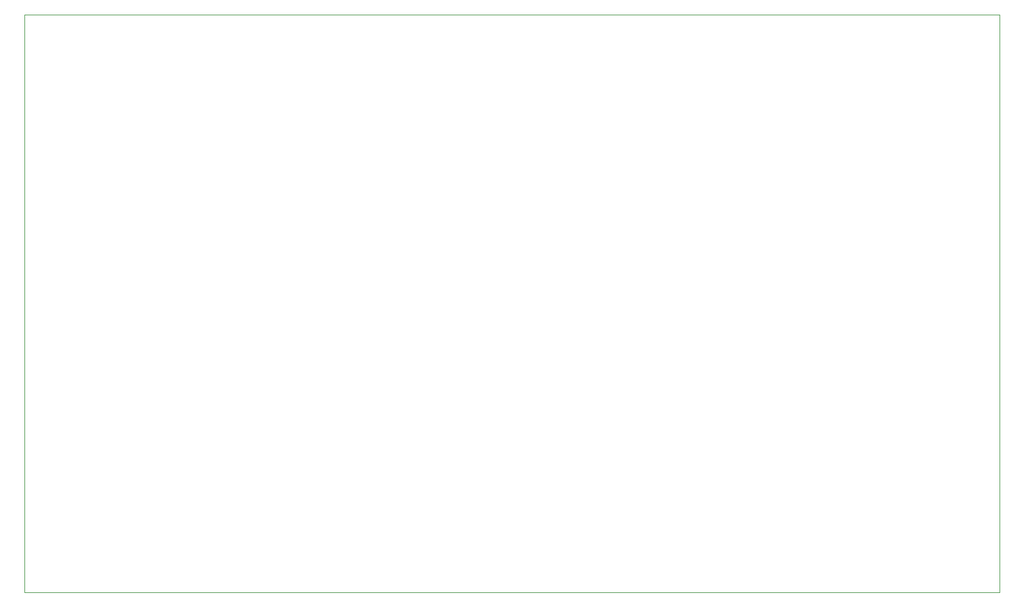
<source format=gbr>
G04 #@! TF.FileFunction,Profile,NP*
%FSLAX46Y46*%
G04 Gerber Fmt 4.6, Leading zero omitted, Abs format (unit mm)*
G04 Created by KiCad (PCBNEW 4.0.1-stable) date 01/02/17 16:37:31*
%MOMM*%
G01*
G04 APERTURE LIST*
%ADD10C,0.100000*%
G04 APERTURE END LIST*
D10*
X73800000Y-129820000D02*
X73800000Y-49820000D01*
X208800000Y-129820000D02*
X73800000Y-129820000D01*
X208800000Y-49820000D02*
X208800000Y-129820000D01*
X73800000Y-49820000D02*
X208800000Y-49820000D01*
M02*

</source>
